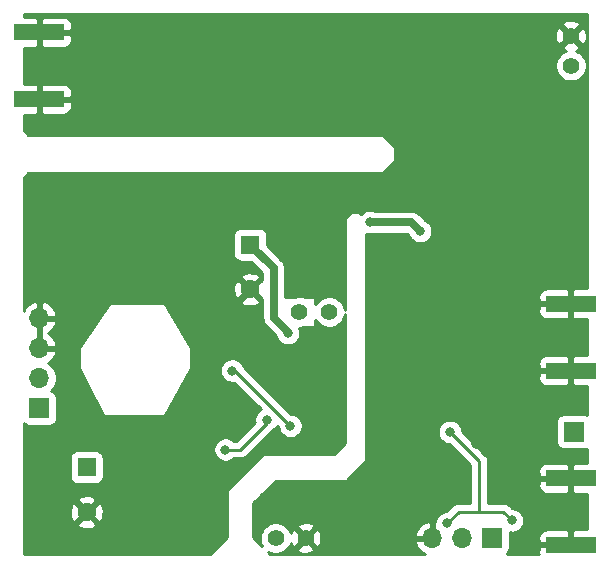
<source format=gbr>
%TF.GenerationSoftware,KiCad,Pcbnew,5.1.8*%
%TF.CreationDate,2020-12-03T12:40:02+01:00*%
%TF.ProjectId,GNI-plutoclocker,474e492d-706c-4757-946f-636c6f636b65,rev?*%
%TF.SameCoordinates,Original*%
%TF.FileFunction,Copper,L2,Bot*%
%TF.FilePolarity,Positive*%
%FSLAX46Y46*%
G04 Gerber Fmt 4.6, Leading zero omitted, Abs format (unit mm)*
G04 Created by KiCad (PCBNEW 5.1.8) date 2020-12-03 12:40:02*
%MOMM*%
%LPD*%
G01*
G04 APERTURE LIST*
%TA.AperFunction,ComponentPad*%
%ADD10R,1.700000X1.700000*%
%TD*%
%TA.AperFunction,ComponentPad*%
%ADD11O,1.700000X1.700000*%
%TD*%
%TA.AperFunction,ComponentPad*%
%ADD12C,1.400000*%
%TD*%
%TA.AperFunction,SMDPad,CuDef*%
%ADD13R,4.200000X1.350000*%
%TD*%
%TA.AperFunction,ComponentPad*%
%ADD14C,1.600000*%
%TD*%
%TA.AperFunction,ComponentPad*%
%ADD15R,1.600000X1.600000*%
%TD*%
%TA.AperFunction,ViaPad*%
%ADD16C,5.000000*%
%TD*%
%TA.AperFunction,ViaPad*%
%ADD17C,0.800000*%
%TD*%
%TA.AperFunction,Conductor*%
%ADD18C,0.250000*%
%TD*%
%TA.AperFunction,Conductor*%
%ADD19C,0.660000*%
%TD*%
%TA.AperFunction,Conductor*%
%ADD20C,0.254000*%
%TD*%
%TA.AperFunction,Conductor*%
%ADD21C,0.100000*%
%TD*%
G04 APERTURE END LIST*
D10*
%TO.P,TP1,1*%
%TO.N,Net-(TP1-Pad1)*%
X128250000Y-86000000D03*
%TD*%
D11*
%TO.P,J7,3*%
%TO.N,GND*%
X116250000Y-95000000D03*
%TO.P,J7,2*%
%TO.N,Net-(J7-Pad2)*%
X118790000Y-95000000D03*
D10*
%TO.P,J7,1*%
%TO.N,Net-(J7-Pad1)*%
X121330000Y-95000000D03*
%TD*%
D12*
%TO.P,J8,2*%
%TO.N,GND*%
X105010000Y-75850000D03*
%TO.P,J8,1*%
%TO.N,Net-(J8-Pad1)*%
X107550000Y-75850000D03*
%TD*%
D13*
%TO.P,J6,2*%
%TO.N,GND*%
X128000000Y-89925000D03*
X128000000Y-95575000D03*
%TD*%
D12*
%TO.P,J5,2*%
%TO.N,GND*%
X128000000Y-52460000D03*
%TO.P,J5,1*%
%TO.N,Net-(C21-Pad1)*%
X128000000Y-55000000D03*
%TD*%
D13*
%TO.P,J4,2*%
%TO.N,GND*%
X128000000Y-75175000D03*
X128000000Y-80825000D03*
%TD*%
D12*
%TO.P,J3,2*%
%TO.N,GND*%
X105540000Y-95000000D03*
%TO.P,J3,1*%
%TO.N,Net-(C4-Pad2)*%
X103000000Y-95000000D03*
%TD*%
D11*
%TO.P,J2,4*%
%TO.N,GND*%
X83000000Y-76380000D03*
%TO.P,J2,3*%
X83000000Y-78920000D03*
%TO.P,J2,2*%
%TO.N,+5V*%
X83000000Y-81460000D03*
D10*
%TO.P,J2,1*%
X83000000Y-84000000D03*
%TD*%
D13*
%TO.P,J1,2*%
%TO.N,GND*%
X83000000Y-57825000D03*
X83000000Y-52175000D03*
%TD*%
D14*
%TO.P,C22,2*%
%TO.N,GND*%
X100850000Y-73950000D03*
D15*
%TO.P,C22,1*%
%TO.N,Net-(C22-Pad1)*%
X100850000Y-70150000D03*
%TD*%
D14*
%TO.P,C1,2*%
%TO.N,GND*%
X87000000Y-92800000D03*
D15*
%TO.P,C1,1*%
%TO.N,+5V*%
X87000000Y-89000000D03*
%TD*%
D16*
%TO.N,GND*%
X85000000Y-68000000D03*
X126000000Y-62000000D03*
X95000000Y-93000000D03*
D17*
X118750000Y-88500000D03*
X118250000Y-80250000D03*
X118500000Y-71250000D03*
X118250000Y-77500000D03*
X125750000Y-82750000D03*
X114500000Y-70000000D03*
X117750000Y-67500000D03*
X113500000Y-76500000D03*
X102000000Y-91500000D03*
X111500000Y-90000000D03*
X128000000Y-88250000D03*
X125000000Y-95500000D03*
X125000000Y-75250000D03*
X118250000Y-60000000D03*
X113500000Y-58000000D03*
X110500000Y-58000000D03*
X119500000Y-54000000D03*
X116500000Y-54000000D03*
X107500000Y-54000000D03*
X104500000Y-54000000D03*
X101500000Y-57750000D03*
X98500000Y-57750000D03*
X95500000Y-54000000D03*
X92500000Y-54000000D03*
X89500000Y-58000000D03*
X120000000Y-87000000D03*
X86500000Y-52000000D03*
X115500000Y-80750000D03*
%TO.N,+5V*%
X102250000Y-85000000D03*
X98750000Y-87500000D03*
%TO.N,+3V3*%
X117500000Y-93750000D03*
X123000000Y-93500000D03*
X117750000Y-86000000D03*
%TO.N,Net-(C15-Pad1)*%
X104250000Y-85500000D03*
X99325000Y-80825000D03*
%TO.N,Net-(C22-Pad1)*%
X104050000Y-77650000D03*
%TO.N,Net-(C12-Pad1)*%
X115250000Y-69000000D03*
X111000000Y-68250000D03*
%TD*%
D18*
%TO.N,+5V*%
X102250000Y-85000000D02*
X102250000Y-85250000D01*
X100000000Y-87500000D02*
X98750000Y-87500000D01*
X102250000Y-85250000D02*
X100000000Y-87500000D01*
%TO.N,+3V3*%
X122250000Y-92750000D02*
X123000000Y-93500000D01*
X117500000Y-93750000D02*
X118500000Y-92750000D01*
X118500000Y-92750000D02*
X120250000Y-92750000D01*
X120250000Y-92750000D02*
X122250000Y-92750000D01*
X120250000Y-88500000D02*
X120250000Y-92750000D01*
X117750000Y-86000000D02*
X120250000Y-88500000D01*
%TO.N,Net-(C15-Pad1)*%
X99575000Y-80825000D02*
X104250000Y-85500000D01*
X99325000Y-80825000D02*
X99575000Y-80825000D01*
D19*
%TO.N,Net-(C22-Pad1)*%
X104050000Y-77550000D02*
X102850000Y-76350000D01*
X104050000Y-77650000D02*
X104050000Y-77550000D01*
X102850000Y-72150000D02*
X100850000Y-70150000D01*
X102850000Y-76350000D02*
X102850000Y-72150000D01*
%TO.N,Net-(C12-Pad1)*%
X111000000Y-68250000D02*
X114500000Y-68250000D01*
X114500000Y-68250000D02*
X115250000Y-69000000D01*
%TD*%
D20*
%TO.N,GND*%
X129340000Y-73863215D02*
X128285750Y-73865000D01*
X128127000Y-74023750D01*
X128127000Y-75048000D01*
X128147000Y-75048000D01*
X128147000Y-75302000D01*
X128127000Y-75302000D01*
X128127000Y-76326250D01*
X128285750Y-76485000D01*
X129340000Y-76486785D01*
X129340000Y-79513215D01*
X128285750Y-79515000D01*
X128127000Y-79673750D01*
X128127000Y-80698000D01*
X128147000Y-80698000D01*
X128147000Y-80952000D01*
X128127000Y-80952000D01*
X128127000Y-81976250D01*
X128285750Y-82135000D01*
X129340000Y-82136785D01*
X129340000Y-84559230D01*
X129224482Y-84524188D01*
X129100000Y-84511928D01*
X127400000Y-84511928D01*
X127275518Y-84524188D01*
X127155820Y-84560498D01*
X127045506Y-84619463D01*
X126948815Y-84698815D01*
X126869463Y-84795506D01*
X126810498Y-84905820D01*
X126774188Y-85025518D01*
X126761928Y-85150000D01*
X126761928Y-86850000D01*
X126774188Y-86974482D01*
X126810498Y-87094180D01*
X126869463Y-87204494D01*
X126948815Y-87301185D01*
X127045506Y-87380537D01*
X127155820Y-87439502D01*
X127275518Y-87475812D01*
X127400000Y-87488072D01*
X129100000Y-87488072D01*
X129224482Y-87475812D01*
X129340000Y-87440770D01*
X129340000Y-88613215D01*
X128285750Y-88615000D01*
X128127000Y-88773750D01*
X128127000Y-89798000D01*
X128147000Y-89798000D01*
X128147000Y-90052000D01*
X128127000Y-90052000D01*
X128127000Y-91076250D01*
X128285750Y-91235000D01*
X129340000Y-91236785D01*
X129340000Y-94263215D01*
X128285750Y-94265000D01*
X128127000Y-94423750D01*
X128127000Y-95448000D01*
X128147000Y-95448000D01*
X128147000Y-95702000D01*
X128127000Y-95702000D01*
X128127000Y-95722000D01*
X127873000Y-95722000D01*
X127873000Y-95702000D01*
X125423750Y-95702000D01*
X125265000Y-95860750D01*
X125261928Y-96250000D01*
X125270792Y-96340000D01*
X122583889Y-96340000D01*
X122631185Y-96301185D01*
X122710537Y-96204494D01*
X122769502Y-96094180D01*
X122805812Y-95974482D01*
X122818072Y-95850000D01*
X122818072Y-94900000D01*
X125261928Y-94900000D01*
X125265000Y-95289250D01*
X125423750Y-95448000D01*
X127873000Y-95448000D01*
X127873000Y-94423750D01*
X127714250Y-94265000D01*
X125900000Y-94261928D01*
X125775518Y-94274188D01*
X125655820Y-94310498D01*
X125545506Y-94369463D01*
X125448815Y-94448815D01*
X125369463Y-94545506D01*
X125310498Y-94655820D01*
X125274188Y-94775518D01*
X125261928Y-94900000D01*
X122818072Y-94900000D01*
X122818072Y-94519089D01*
X122898061Y-94535000D01*
X123101939Y-94535000D01*
X123301898Y-94495226D01*
X123490256Y-94417205D01*
X123659774Y-94303937D01*
X123803937Y-94159774D01*
X123917205Y-93990256D01*
X123995226Y-93801898D01*
X124035000Y-93601939D01*
X124035000Y-93398061D01*
X123995226Y-93198102D01*
X123917205Y-93009744D01*
X123803937Y-92840226D01*
X123659774Y-92696063D01*
X123490256Y-92582795D01*
X123301898Y-92504774D01*
X123101939Y-92465000D01*
X123039801Y-92465000D01*
X122813803Y-92239002D01*
X122790001Y-92209999D01*
X122674276Y-92115026D01*
X122542247Y-92044454D01*
X122398986Y-92000997D01*
X122287333Y-91990000D01*
X122287322Y-91990000D01*
X122250000Y-91986324D01*
X122212678Y-91990000D01*
X121010000Y-91990000D01*
X121010000Y-90600000D01*
X125261928Y-90600000D01*
X125274188Y-90724482D01*
X125310498Y-90844180D01*
X125369463Y-90954494D01*
X125448815Y-91051185D01*
X125545506Y-91130537D01*
X125655820Y-91189502D01*
X125775518Y-91225812D01*
X125900000Y-91238072D01*
X127714250Y-91235000D01*
X127873000Y-91076250D01*
X127873000Y-90052000D01*
X125423750Y-90052000D01*
X125265000Y-90210750D01*
X125261928Y-90600000D01*
X121010000Y-90600000D01*
X121010000Y-89250000D01*
X125261928Y-89250000D01*
X125265000Y-89639250D01*
X125423750Y-89798000D01*
X127873000Y-89798000D01*
X127873000Y-88773750D01*
X127714250Y-88615000D01*
X125900000Y-88611928D01*
X125775518Y-88624188D01*
X125655820Y-88660498D01*
X125545506Y-88719463D01*
X125448815Y-88798815D01*
X125369463Y-88895506D01*
X125310498Y-89005820D01*
X125274188Y-89125518D01*
X125261928Y-89250000D01*
X121010000Y-89250000D01*
X121010000Y-88537323D01*
X121013676Y-88500000D01*
X121010000Y-88462677D01*
X121010000Y-88462667D01*
X120999003Y-88351014D01*
X120955546Y-88207753D01*
X120951402Y-88200000D01*
X120884974Y-88075723D01*
X120813799Y-87988997D01*
X120790001Y-87959999D01*
X120761004Y-87936202D01*
X118785000Y-85960199D01*
X118785000Y-85898061D01*
X118745226Y-85698102D01*
X118667205Y-85509744D01*
X118553937Y-85340226D01*
X118409774Y-85196063D01*
X118240256Y-85082795D01*
X118051898Y-85004774D01*
X117851939Y-84965000D01*
X117648061Y-84965000D01*
X117448102Y-85004774D01*
X117259744Y-85082795D01*
X117090226Y-85196063D01*
X116946063Y-85340226D01*
X116832795Y-85509744D01*
X116754774Y-85698102D01*
X116715000Y-85898061D01*
X116715000Y-86101939D01*
X116754774Y-86301898D01*
X116832795Y-86490256D01*
X116946063Y-86659774D01*
X117090226Y-86803937D01*
X117259744Y-86917205D01*
X117448102Y-86995226D01*
X117648061Y-87035000D01*
X117710199Y-87035000D01*
X119490000Y-88814802D01*
X119490001Y-91990000D01*
X118537333Y-91990000D01*
X118500000Y-91986323D01*
X118462667Y-91990000D01*
X118351014Y-92000997D01*
X118207753Y-92044454D01*
X118075724Y-92115026D01*
X117959999Y-92209999D01*
X117936201Y-92238997D01*
X117460199Y-92715000D01*
X117398061Y-92715000D01*
X117198102Y-92754774D01*
X117009744Y-92832795D01*
X116840226Y-92946063D01*
X116696063Y-93090226D01*
X116582795Y-93259744D01*
X116504774Y-93448102D01*
X116468257Y-93631685D01*
X116377000Y-93679845D01*
X116377000Y-94873000D01*
X116397000Y-94873000D01*
X116397000Y-95127000D01*
X116377000Y-95127000D01*
X116377000Y-95147000D01*
X116123000Y-95147000D01*
X116123000Y-95127000D01*
X114929186Y-95127000D01*
X114808519Y-95356891D01*
X114905843Y-95631252D01*
X115054822Y-95881355D01*
X115249731Y-96097588D01*
X115483080Y-96271641D01*
X115626598Y-96340000D01*
X102519606Y-96340000D01*
X102352651Y-96173045D01*
X102367641Y-96183061D01*
X102610595Y-96283696D01*
X102868514Y-96335000D01*
X103131486Y-96335000D01*
X103389405Y-96283696D01*
X103632359Y-96183061D01*
X103851013Y-96036962D01*
X103966706Y-95921269D01*
X104798336Y-95921269D01*
X104857797Y-96155037D01*
X105096242Y-96265934D01*
X105351740Y-96328183D01*
X105614473Y-96339390D01*
X105874344Y-96299125D01*
X106121366Y-96208935D01*
X106222203Y-96155037D01*
X106281664Y-95921269D01*
X105540000Y-95179605D01*
X104798336Y-95921269D01*
X103966706Y-95921269D01*
X104036962Y-95851013D01*
X104183061Y-95632359D01*
X104271621Y-95418556D01*
X104331065Y-95581366D01*
X104384963Y-95682203D01*
X104618731Y-95741664D01*
X105360395Y-95000000D01*
X105719605Y-95000000D01*
X106461269Y-95741664D01*
X106695037Y-95682203D01*
X106805934Y-95443758D01*
X106868183Y-95188260D01*
X106879390Y-94925527D01*
X106839125Y-94665656D01*
X106830893Y-94643109D01*
X114808519Y-94643109D01*
X114929186Y-94873000D01*
X116123000Y-94873000D01*
X116123000Y-93679845D01*
X115893110Y-93558524D01*
X115745901Y-93603175D01*
X115483080Y-93728359D01*
X115249731Y-93902412D01*
X115054822Y-94118645D01*
X114905843Y-94368748D01*
X114808519Y-94643109D01*
X106830893Y-94643109D01*
X106748935Y-94418634D01*
X106695037Y-94317797D01*
X106461269Y-94258336D01*
X105719605Y-95000000D01*
X105360395Y-95000000D01*
X104618731Y-94258336D01*
X104384963Y-94317797D01*
X104274066Y-94556242D01*
X104269294Y-94575827D01*
X104183061Y-94367641D01*
X104036962Y-94148987D01*
X103966706Y-94078731D01*
X104798336Y-94078731D01*
X105540000Y-94820395D01*
X106281664Y-94078731D01*
X106222203Y-93844963D01*
X105983758Y-93734066D01*
X105728260Y-93671817D01*
X105465527Y-93660610D01*
X105205656Y-93700875D01*
X104958634Y-93791065D01*
X104857797Y-93844963D01*
X104798336Y-94078731D01*
X103966706Y-94078731D01*
X103851013Y-93963038D01*
X103632359Y-93816939D01*
X103389405Y-93716304D01*
X103131486Y-93665000D01*
X102868514Y-93665000D01*
X102610595Y-93716304D01*
X102367641Y-93816939D01*
X102148987Y-93963038D01*
X101963038Y-94148987D01*
X101816939Y-94367641D01*
X101716304Y-94610595D01*
X101665000Y-94868514D01*
X101665000Y-95131486D01*
X101716304Y-95389405D01*
X101816939Y-95632359D01*
X101826955Y-95647349D01*
X101127000Y-94947394D01*
X101127000Y-92052606D01*
X103052606Y-90127000D01*
X109000000Y-90127000D01*
X109024776Y-90124560D01*
X109048601Y-90117333D01*
X109070557Y-90105597D01*
X109089803Y-90089803D01*
X110589803Y-88589803D01*
X110605597Y-88570557D01*
X110617333Y-88548601D01*
X110624560Y-88524776D01*
X110627000Y-88500000D01*
X110627000Y-81500000D01*
X125261928Y-81500000D01*
X125274188Y-81624482D01*
X125310498Y-81744180D01*
X125369463Y-81854494D01*
X125448815Y-81951185D01*
X125545506Y-82030537D01*
X125655820Y-82089502D01*
X125775518Y-82125812D01*
X125900000Y-82138072D01*
X127714250Y-82135000D01*
X127873000Y-81976250D01*
X127873000Y-80952000D01*
X125423750Y-80952000D01*
X125265000Y-81110750D01*
X125261928Y-81500000D01*
X110627000Y-81500000D01*
X110627000Y-80150000D01*
X125261928Y-80150000D01*
X125265000Y-80539250D01*
X125423750Y-80698000D01*
X127873000Y-80698000D01*
X127873000Y-79673750D01*
X127714250Y-79515000D01*
X125900000Y-79511928D01*
X125775518Y-79524188D01*
X125655820Y-79560498D01*
X125545506Y-79619463D01*
X125448815Y-79698815D01*
X125369463Y-79795506D01*
X125310498Y-79905820D01*
X125274188Y-80025518D01*
X125261928Y-80150000D01*
X110627000Y-80150000D01*
X110627000Y-75850000D01*
X125261928Y-75850000D01*
X125274188Y-75974482D01*
X125310498Y-76094180D01*
X125369463Y-76204494D01*
X125448815Y-76301185D01*
X125545506Y-76380537D01*
X125655820Y-76439502D01*
X125775518Y-76475812D01*
X125900000Y-76488072D01*
X127714250Y-76485000D01*
X127873000Y-76326250D01*
X127873000Y-75302000D01*
X125423750Y-75302000D01*
X125265000Y-75460750D01*
X125261928Y-75850000D01*
X110627000Y-75850000D01*
X110627000Y-74500000D01*
X125261928Y-74500000D01*
X125265000Y-74889250D01*
X125423750Y-75048000D01*
X127873000Y-75048000D01*
X127873000Y-74023750D01*
X127714250Y-73865000D01*
X125900000Y-73861928D01*
X125775518Y-73874188D01*
X125655820Y-73910498D01*
X125545506Y-73969463D01*
X125448815Y-74048815D01*
X125369463Y-74145506D01*
X125310498Y-74255820D01*
X125274188Y-74375518D01*
X125261928Y-74500000D01*
X110627000Y-74500000D01*
X110627000Y-69215774D01*
X110698102Y-69245226D01*
X110898061Y-69285000D01*
X111101939Y-69285000D01*
X111301898Y-69245226D01*
X111374869Y-69215000D01*
X114100285Y-69215000D01*
X114302569Y-69417285D01*
X114332795Y-69490256D01*
X114446063Y-69659774D01*
X114590226Y-69803937D01*
X114759744Y-69917205D01*
X114948102Y-69995226D01*
X115148061Y-70035000D01*
X115351939Y-70035000D01*
X115551898Y-69995226D01*
X115740256Y-69917205D01*
X115909774Y-69803937D01*
X116053937Y-69659774D01*
X116167205Y-69490256D01*
X116245226Y-69301898D01*
X116285000Y-69101939D01*
X116285000Y-68898061D01*
X116245226Y-68698102D01*
X116167205Y-68509744D01*
X116053937Y-68340226D01*
X115909774Y-68196063D01*
X115740256Y-68082795D01*
X115667285Y-68052569D01*
X115215886Y-67601171D01*
X115185660Y-67564340D01*
X115038719Y-67443750D01*
X114871076Y-67354143D01*
X114689173Y-67298963D01*
X114547405Y-67285000D01*
X114547402Y-67285000D01*
X114500000Y-67280331D01*
X114452598Y-67285000D01*
X111374869Y-67285000D01*
X111301898Y-67254774D01*
X111101939Y-67215000D01*
X110898061Y-67215000D01*
X110698102Y-67254774D01*
X110509744Y-67332795D01*
X110340226Y-67446063D01*
X110232948Y-67553342D01*
X110089803Y-67410197D01*
X110070557Y-67394403D01*
X110048601Y-67382667D01*
X110024776Y-67375440D01*
X110000000Y-67373000D01*
X109500000Y-67373000D01*
X109475224Y-67375440D01*
X109451399Y-67382667D01*
X109429443Y-67394403D01*
X109410197Y-67410197D01*
X108910197Y-67910197D01*
X108894403Y-67929443D01*
X108882667Y-67951399D01*
X108875440Y-67975224D01*
X108873000Y-68000000D01*
X108873000Y-75658187D01*
X108833696Y-75460595D01*
X108733061Y-75217641D01*
X108586962Y-74998987D01*
X108401013Y-74813038D01*
X108182359Y-74666939D01*
X107939405Y-74566304D01*
X107681486Y-74515000D01*
X107418514Y-74515000D01*
X107160595Y-74566304D01*
X106917641Y-74666939D01*
X106698987Y-74813038D01*
X106513038Y-74998987D01*
X106377000Y-75202584D01*
X106377000Y-74750000D01*
X106374560Y-74725224D01*
X106367333Y-74701399D01*
X106355597Y-74679443D01*
X106339803Y-74660197D01*
X106320557Y-74644403D01*
X106298601Y-74632667D01*
X106274776Y-74625440D01*
X106250000Y-74623000D01*
X105537472Y-74623000D01*
X105453758Y-74584066D01*
X105198260Y-74521817D01*
X104935527Y-74510610D01*
X104675656Y-74550875D01*
X104478112Y-74623000D01*
X103815000Y-74623000D01*
X103815000Y-72197401D01*
X103819669Y-72149999D01*
X103815000Y-72102595D01*
X103801037Y-71960827D01*
X103745857Y-71778924D01*
X103704145Y-71700887D01*
X103656250Y-71611280D01*
X103597343Y-71539502D01*
X103535660Y-71464340D01*
X103498834Y-71434118D01*
X102288072Y-70223357D01*
X102288072Y-69350000D01*
X102275812Y-69225518D01*
X102239502Y-69105820D01*
X102180537Y-68995506D01*
X102101185Y-68898815D01*
X102004494Y-68819463D01*
X101894180Y-68760498D01*
X101774482Y-68724188D01*
X101650000Y-68711928D01*
X100050000Y-68711928D01*
X99925518Y-68724188D01*
X99805820Y-68760498D01*
X99695506Y-68819463D01*
X99598815Y-68898815D01*
X99519463Y-68995506D01*
X99460498Y-69105820D01*
X99424188Y-69225518D01*
X99411928Y-69350000D01*
X99411928Y-70950000D01*
X99424188Y-71074482D01*
X99460498Y-71194180D01*
X99519463Y-71304494D01*
X99598815Y-71401185D01*
X99695506Y-71480537D01*
X99805820Y-71539502D01*
X99925518Y-71575812D01*
X100050000Y-71588072D01*
X100923357Y-71588072D01*
X101885001Y-72549717D01*
X101885001Y-73149314D01*
X101842702Y-73136903D01*
X101029605Y-73950000D01*
X101842702Y-74763097D01*
X101885000Y-74750686D01*
X101885000Y-76302598D01*
X101880331Y-76350000D01*
X101885000Y-76397402D01*
X101885000Y-76397404D01*
X101898963Y-76539172D01*
X101954143Y-76721075D01*
X102043750Y-76888719D01*
X102164340Y-77035660D01*
X102201171Y-77065886D01*
X103046727Y-77911443D01*
X103054774Y-77951898D01*
X103132795Y-78140256D01*
X103246063Y-78309774D01*
X103390226Y-78453937D01*
X103559744Y-78567205D01*
X103748102Y-78645226D01*
X103948061Y-78685000D01*
X104151939Y-78685000D01*
X104351898Y-78645226D01*
X104540256Y-78567205D01*
X104709774Y-78453937D01*
X104853937Y-78309774D01*
X104967205Y-78140256D01*
X105045226Y-77951898D01*
X105085000Y-77751939D01*
X105085000Y-77548061D01*
X105045226Y-77348102D01*
X104977597Y-77184831D01*
X105084473Y-77189390D01*
X105344344Y-77149125D01*
X105404942Y-77127000D01*
X106250000Y-77127000D01*
X106274776Y-77124560D01*
X106298601Y-77117333D01*
X106320557Y-77105597D01*
X106339803Y-77089803D01*
X106355597Y-77070557D01*
X106367333Y-77048601D01*
X106374560Y-77024776D01*
X106377000Y-77000000D01*
X106377000Y-76497416D01*
X106513038Y-76701013D01*
X106698987Y-76886962D01*
X106917641Y-77033061D01*
X107160595Y-77133696D01*
X107418514Y-77185000D01*
X107681486Y-77185000D01*
X107939405Y-77133696D01*
X108182359Y-77033061D01*
X108401013Y-76886962D01*
X108586962Y-76701013D01*
X108733061Y-76482359D01*
X108833696Y-76239405D01*
X108873000Y-76041813D01*
X108873000Y-86947394D01*
X107947394Y-87873000D01*
X102000000Y-87873000D01*
X101975224Y-87875440D01*
X101951399Y-87882667D01*
X101929443Y-87894403D01*
X101910197Y-87910197D01*
X98910197Y-90910197D01*
X98894403Y-90929443D01*
X98882667Y-90951399D01*
X98875440Y-90975224D01*
X98873000Y-91000000D01*
X98873000Y-94947394D01*
X97480394Y-96340000D01*
X81660000Y-96340000D01*
X81660000Y-93792702D01*
X86186903Y-93792702D01*
X86258486Y-94036671D01*
X86513996Y-94157571D01*
X86788184Y-94226300D01*
X87070512Y-94240217D01*
X87350130Y-94198787D01*
X87616292Y-94103603D01*
X87741514Y-94036671D01*
X87813097Y-93792702D01*
X87000000Y-92979605D01*
X86186903Y-93792702D01*
X81660000Y-93792702D01*
X81660000Y-92870512D01*
X85559783Y-92870512D01*
X85601213Y-93150130D01*
X85696397Y-93416292D01*
X85763329Y-93541514D01*
X86007298Y-93613097D01*
X86820395Y-92800000D01*
X87179605Y-92800000D01*
X87992702Y-93613097D01*
X88236671Y-93541514D01*
X88357571Y-93286004D01*
X88426300Y-93011816D01*
X88440217Y-92729488D01*
X88398787Y-92449870D01*
X88303603Y-92183708D01*
X88236671Y-92058486D01*
X87992702Y-91986903D01*
X87179605Y-92800000D01*
X86820395Y-92800000D01*
X86007298Y-91986903D01*
X85763329Y-92058486D01*
X85642429Y-92313996D01*
X85573700Y-92588184D01*
X85559783Y-92870512D01*
X81660000Y-92870512D01*
X81660000Y-91807298D01*
X86186903Y-91807298D01*
X87000000Y-92620395D01*
X87813097Y-91807298D01*
X87741514Y-91563329D01*
X87486004Y-91442429D01*
X87211816Y-91373700D01*
X86929488Y-91359783D01*
X86649870Y-91401213D01*
X86383708Y-91496397D01*
X86258486Y-91563329D01*
X86186903Y-91807298D01*
X81660000Y-91807298D01*
X81660000Y-88200000D01*
X85561928Y-88200000D01*
X85561928Y-89800000D01*
X85574188Y-89924482D01*
X85610498Y-90044180D01*
X85669463Y-90154494D01*
X85748815Y-90251185D01*
X85845506Y-90330537D01*
X85955820Y-90389502D01*
X86075518Y-90425812D01*
X86200000Y-90438072D01*
X87800000Y-90438072D01*
X87924482Y-90425812D01*
X88044180Y-90389502D01*
X88154494Y-90330537D01*
X88251185Y-90251185D01*
X88330537Y-90154494D01*
X88389502Y-90044180D01*
X88425812Y-89924482D01*
X88438072Y-89800000D01*
X88438072Y-88200000D01*
X88425812Y-88075518D01*
X88389502Y-87955820D01*
X88330537Y-87845506D01*
X88251185Y-87748815D01*
X88154494Y-87669463D01*
X88044180Y-87610498D01*
X87924482Y-87574188D01*
X87800000Y-87561928D01*
X86200000Y-87561928D01*
X86075518Y-87574188D01*
X85955820Y-87610498D01*
X85845506Y-87669463D01*
X85748815Y-87748815D01*
X85669463Y-87845506D01*
X85610498Y-87955820D01*
X85574188Y-88075518D01*
X85561928Y-88200000D01*
X81660000Y-88200000D01*
X81660000Y-87398061D01*
X97715000Y-87398061D01*
X97715000Y-87601939D01*
X97754774Y-87801898D01*
X97832795Y-87990256D01*
X97946063Y-88159774D01*
X98090226Y-88303937D01*
X98259744Y-88417205D01*
X98448102Y-88495226D01*
X98648061Y-88535000D01*
X98851939Y-88535000D01*
X99051898Y-88495226D01*
X99240256Y-88417205D01*
X99409774Y-88303937D01*
X99453711Y-88260000D01*
X99962678Y-88260000D01*
X100000000Y-88263676D01*
X100037322Y-88260000D01*
X100037333Y-88260000D01*
X100148986Y-88249003D01*
X100292247Y-88205546D01*
X100424276Y-88134974D01*
X100540001Y-88040001D01*
X100563804Y-88010997D01*
X102599147Y-85975655D01*
X102740256Y-85917205D01*
X102909774Y-85803937D01*
X103053937Y-85659774D01*
X103166503Y-85491306D01*
X103215000Y-85539803D01*
X103215000Y-85601939D01*
X103254774Y-85801898D01*
X103332795Y-85990256D01*
X103446063Y-86159774D01*
X103590226Y-86303937D01*
X103759744Y-86417205D01*
X103948102Y-86495226D01*
X104148061Y-86535000D01*
X104351939Y-86535000D01*
X104551898Y-86495226D01*
X104740256Y-86417205D01*
X104909774Y-86303937D01*
X105053937Y-86159774D01*
X105167205Y-85990256D01*
X105245226Y-85801898D01*
X105285000Y-85601939D01*
X105285000Y-85398061D01*
X105245226Y-85198102D01*
X105167205Y-85009744D01*
X105053937Y-84840226D01*
X104909774Y-84696063D01*
X104740256Y-84582795D01*
X104551898Y-84504774D01*
X104351939Y-84465000D01*
X104289803Y-84465000D01*
X100300655Y-80475854D01*
X100242205Y-80334744D01*
X100128937Y-80165226D01*
X99984774Y-80021063D01*
X99815256Y-79907795D01*
X99626898Y-79829774D01*
X99426939Y-79790000D01*
X99223061Y-79790000D01*
X99023102Y-79829774D01*
X98834744Y-79907795D01*
X98665226Y-80021063D01*
X98521063Y-80165226D01*
X98407795Y-80334744D01*
X98329774Y-80523102D01*
X98290000Y-80723061D01*
X98290000Y-80926939D01*
X98329774Y-81126898D01*
X98407795Y-81315256D01*
X98521063Y-81484774D01*
X98665226Y-81628937D01*
X98834744Y-81742205D01*
X99023102Y-81820226D01*
X99223061Y-81860000D01*
X99426939Y-81860000D01*
X99517237Y-81842039D01*
X101758694Y-84083496D01*
X101590226Y-84196063D01*
X101446063Y-84340226D01*
X101332795Y-84509744D01*
X101254774Y-84698102D01*
X101215000Y-84898061D01*
X101215000Y-85101939D01*
X101232961Y-85192237D01*
X99685199Y-86740000D01*
X99453711Y-86740000D01*
X99409774Y-86696063D01*
X99240256Y-86582795D01*
X99051898Y-86504774D01*
X98851939Y-86465000D01*
X98648061Y-86465000D01*
X98448102Y-86504774D01*
X98259744Y-86582795D01*
X98090226Y-86696063D01*
X97946063Y-86840226D01*
X97832795Y-87009744D01*
X97754774Y-87198102D01*
X97715000Y-87398061D01*
X81660000Y-87398061D01*
X81660000Y-85253889D01*
X81698815Y-85301185D01*
X81795506Y-85380537D01*
X81905820Y-85439502D01*
X82025518Y-85475812D01*
X82150000Y-85488072D01*
X83850000Y-85488072D01*
X83974482Y-85475812D01*
X84094180Y-85439502D01*
X84204494Y-85380537D01*
X84301185Y-85301185D01*
X84380537Y-85204494D01*
X84439502Y-85094180D01*
X84475812Y-84974482D01*
X84488072Y-84850000D01*
X84488072Y-83150000D01*
X84475812Y-83025518D01*
X84439502Y-82905820D01*
X84380537Y-82795506D01*
X84301185Y-82698815D01*
X84204494Y-82619463D01*
X84094180Y-82560498D01*
X84021620Y-82538487D01*
X84153475Y-82406632D01*
X84315990Y-82163411D01*
X84427932Y-81893158D01*
X84485000Y-81606260D01*
X84485000Y-81313740D01*
X84427932Y-81026842D01*
X84315990Y-80756589D01*
X84153475Y-80513368D01*
X83946632Y-80306525D01*
X83764466Y-80184805D01*
X83881355Y-80115178D01*
X84097588Y-79920269D01*
X84271641Y-79686920D01*
X84396825Y-79424099D01*
X84441476Y-79276890D01*
X84320155Y-79047000D01*
X83127000Y-79047000D01*
X83127000Y-79067000D01*
X82873000Y-79067000D01*
X82873000Y-79047000D01*
X82853000Y-79047000D01*
X82853000Y-79000000D01*
X86373000Y-79000000D01*
X86373000Y-80500000D01*
X86377510Y-80533544D01*
X86386408Y-80556796D01*
X88386408Y-84556796D01*
X88394403Y-84570557D01*
X88410197Y-84589803D01*
X88429443Y-84605597D01*
X88451399Y-84617333D01*
X88475224Y-84624560D01*
X88500000Y-84627000D01*
X93500000Y-84627000D01*
X93534243Y-84622296D01*
X93557444Y-84613266D01*
X93578437Y-84599883D01*
X93596416Y-84582661D01*
X93610690Y-84562263D01*
X95860690Y-80562263D01*
X95867333Y-80548601D01*
X95874560Y-80524776D01*
X95877000Y-80500000D01*
X95877000Y-79000000D01*
X95875617Y-78981308D01*
X95869556Y-78957160D01*
X95858902Y-78934659D01*
X93608902Y-75184659D01*
X93589803Y-75160197D01*
X93570557Y-75144403D01*
X93548601Y-75132667D01*
X93524776Y-75125440D01*
X93500000Y-75123000D01*
X89000000Y-75123000D01*
X88975093Y-75125466D01*
X88951276Y-75132718D01*
X88929332Y-75144477D01*
X88910104Y-75160291D01*
X88894330Y-75179553D01*
X86394330Y-78929553D01*
X86382667Y-78951399D01*
X86375440Y-78975224D01*
X86373000Y-79000000D01*
X82853000Y-79000000D01*
X82853000Y-78793000D01*
X82873000Y-78793000D01*
X82873000Y-76507000D01*
X83127000Y-76507000D01*
X83127000Y-78793000D01*
X84320155Y-78793000D01*
X84441476Y-78563110D01*
X84396825Y-78415901D01*
X84271641Y-78153080D01*
X84097588Y-77919731D01*
X83881355Y-77724822D01*
X83755745Y-77650000D01*
X83881355Y-77575178D01*
X84097588Y-77380269D01*
X84271641Y-77146920D01*
X84396825Y-76884099D01*
X84441476Y-76736890D01*
X84320155Y-76507000D01*
X83127000Y-76507000D01*
X82873000Y-76507000D01*
X82853000Y-76507000D01*
X82853000Y-76253000D01*
X82873000Y-76253000D01*
X82873000Y-75059186D01*
X83127000Y-75059186D01*
X83127000Y-76253000D01*
X84320155Y-76253000D01*
X84441476Y-76023110D01*
X84396825Y-75875901D01*
X84271641Y-75613080D01*
X84097588Y-75379731D01*
X83881355Y-75184822D01*
X83631252Y-75035843D01*
X83368684Y-74942702D01*
X100036903Y-74942702D01*
X100108486Y-75186671D01*
X100363996Y-75307571D01*
X100638184Y-75376300D01*
X100920512Y-75390217D01*
X101200130Y-75348787D01*
X101466292Y-75253603D01*
X101591514Y-75186671D01*
X101663097Y-74942702D01*
X100850000Y-74129605D01*
X100036903Y-74942702D01*
X83368684Y-74942702D01*
X83356891Y-74938519D01*
X83127000Y-75059186D01*
X82873000Y-75059186D01*
X82643109Y-74938519D01*
X82368748Y-75035843D01*
X82118645Y-75184822D01*
X81902412Y-75379731D01*
X81728359Y-75613080D01*
X81660000Y-75756598D01*
X81660000Y-74020512D01*
X99409783Y-74020512D01*
X99451213Y-74300130D01*
X99546397Y-74566292D01*
X99613329Y-74691514D01*
X99857298Y-74763097D01*
X100670395Y-73950000D01*
X99857298Y-73136903D01*
X99613329Y-73208486D01*
X99492429Y-73463996D01*
X99423700Y-73738184D01*
X99409783Y-74020512D01*
X81660000Y-74020512D01*
X81660000Y-72957298D01*
X100036903Y-72957298D01*
X100850000Y-73770395D01*
X101663097Y-72957298D01*
X101591514Y-72713329D01*
X101336004Y-72592429D01*
X101061816Y-72523700D01*
X100779488Y-72509783D01*
X100499870Y-72551213D01*
X100233708Y-72646397D01*
X100108486Y-72713329D01*
X100036903Y-72957298D01*
X81660000Y-72957298D01*
X81660000Y-64519606D01*
X82052606Y-64127000D01*
X112023832Y-64127000D01*
X112048608Y-64124560D01*
X112072433Y-64117333D01*
X112094389Y-64105597D01*
X112114711Y-64088713D01*
X113090879Y-63088713D01*
X113106440Y-63069279D01*
X113117910Y-63047182D01*
X113124849Y-63023273D01*
X113127000Y-63000000D01*
X113127000Y-62000000D01*
X113124560Y-61975224D01*
X113117333Y-61951399D01*
X113105597Y-61929443D01*
X113089803Y-61910197D01*
X112089803Y-60910197D01*
X112070557Y-60894403D01*
X112048601Y-60882667D01*
X112024776Y-60875440D01*
X112000000Y-60873000D01*
X82052606Y-60873000D01*
X81660000Y-60480394D01*
X81660000Y-59136785D01*
X82714250Y-59135000D01*
X82873000Y-58976250D01*
X82873000Y-57952000D01*
X83127000Y-57952000D01*
X83127000Y-58976250D01*
X83285750Y-59135000D01*
X85100000Y-59138072D01*
X85224482Y-59125812D01*
X85344180Y-59089502D01*
X85454494Y-59030537D01*
X85551185Y-58951185D01*
X85630537Y-58854494D01*
X85689502Y-58744180D01*
X85725812Y-58624482D01*
X85738072Y-58500000D01*
X85735000Y-58110750D01*
X85576250Y-57952000D01*
X83127000Y-57952000D01*
X82873000Y-57952000D01*
X82853000Y-57952000D01*
X82853000Y-57698000D01*
X82873000Y-57698000D01*
X82873000Y-56673750D01*
X83127000Y-56673750D01*
X83127000Y-57698000D01*
X85576250Y-57698000D01*
X85735000Y-57539250D01*
X85738072Y-57150000D01*
X85725812Y-57025518D01*
X85689502Y-56905820D01*
X85630537Y-56795506D01*
X85551185Y-56698815D01*
X85454494Y-56619463D01*
X85344180Y-56560498D01*
X85224482Y-56524188D01*
X85100000Y-56511928D01*
X83285750Y-56515000D01*
X83127000Y-56673750D01*
X82873000Y-56673750D01*
X82714250Y-56515000D01*
X81660000Y-56513215D01*
X81660000Y-54868514D01*
X126665000Y-54868514D01*
X126665000Y-55131486D01*
X126716304Y-55389405D01*
X126816939Y-55632359D01*
X126963038Y-55851013D01*
X127148987Y-56036962D01*
X127367641Y-56183061D01*
X127610595Y-56283696D01*
X127868514Y-56335000D01*
X128131486Y-56335000D01*
X128389405Y-56283696D01*
X128632359Y-56183061D01*
X128851013Y-56036962D01*
X129036962Y-55851013D01*
X129183061Y-55632359D01*
X129283696Y-55389405D01*
X129335000Y-55131486D01*
X129335000Y-54868514D01*
X129283696Y-54610595D01*
X129183061Y-54367641D01*
X129036962Y-54148987D01*
X128851013Y-53963038D01*
X128632359Y-53816939D01*
X128418556Y-53728379D01*
X128581366Y-53668935D01*
X128682203Y-53615037D01*
X128741664Y-53381269D01*
X128000000Y-52639605D01*
X127258336Y-53381269D01*
X127317797Y-53615037D01*
X127556242Y-53725934D01*
X127575827Y-53730706D01*
X127367641Y-53816939D01*
X127148987Y-53963038D01*
X126963038Y-54148987D01*
X126816939Y-54367641D01*
X126716304Y-54610595D01*
X126665000Y-54868514D01*
X81660000Y-54868514D01*
X81660000Y-53486785D01*
X82714250Y-53485000D01*
X82873000Y-53326250D01*
X82873000Y-52302000D01*
X83127000Y-52302000D01*
X83127000Y-53326250D01*
X83285750Y-53485000D01*
X85100000Y-53488072D01*
X85224482Y-53475812D01*
X85344180Y-53439502D01*
X85454494Y-53380537D01*
X85551185Y-53301185D01*
X85630537Y-53204494D01*
X85689502Y-53094180D01*
X85725812Y-52974482D01*
X85738072Y-52850000D01*
X85735582Y-52534473D01*
X126660610Y-52534473D01*
X126700875Y-52794344D01*
X126791065Y-53041366D01*
X126844963Y-53142203D01*
X127078731Y-53201664D01*
X127820395Y-52460000D01*
X128179605Y-52460000D01*
X128921269Y-53201664D01*
X129155037Y-53142203D01*
X129265934Y-52903758D01*
X129328183Y-52648260D01*
X129339390Y-52385527D01*
X129299125Y-52125656D01*
X129208935Y-51878634D01*
X129155037Y-51777797D01*
X128921269Y-51718336D01*
X128179605Y-52460000D01*
X127820395Y-52460000D01*
X127078731Y-51718336D01*
X126844963Y-51777797D01*
X126734066Y-52016242D01*
X126671817Y-52271740D01*
X126660610Y-52534473D01*
X85735582Y-52534473D01*
X85735000Y-52460750D01*
X85576250Y-52302000D01*
X83127000Y-52302000D01*
X82873000Y-52302000D01*
X82853000Y-52302000D01*
X82853000Y-52048000D01*
X82873000Y-52048000D01*
X82873000Y-51023750D01*
X83127000Y-51023750D01*
X83127000Y-52048000D01*
X85576250Y-52048000D01*
X85735000Y-51889250D01*
X85737766Y-51538731D01*
X127258336Y-51538731D01*
X128000000Y-52280395D01*
X128741664Y-51538731D01*
X128682203Y-51304963D01*
X128443758Y-51194066D01*
X128188260Y-51131817D01*
X127925527Y-51120610D01*
X127665656Y-51160875D01*
X127418634Y-51251065D01*
X127317797Y-51304963D01*
X127258336Y-51538731D01*
X85737766Y-51538731D01*
X85738072Y-51500000D01*
X85725812Y-51375518D01*
X85689502Y-51255820D01*
X85630537Y-51145506D01*
X85551185Y-51048815D01*
X85454494Y-50969463D01*
X85344180Y-50910498D01*
X85224482Y-50874188D01*
X85100000Y-50861928D01*
X83285750Y-50865000D01*
X83127000Y-51023750D01*
X82873000Y-51023750D01*
X82714250Y-50865000D01*
X81660000Y-50863215D01*
X81660000Y-50660000D01*
X129340001Y-50660000D01*
X129340000Y-73863215D01*
%TA.AperFunction,Conductor*%
D21*
G36*
X129340000Y-73863215D02*
G01*
X128285750Y-73865000D01*
X128127000Y-74023750D01*
X128127000Y-75048000D01*
X128147000Y-75048000D01*
X128147000Y-75302000D01*
X128127000Y-75302000D01*
X128127000Y-76326250D01*
X128285750Y-76485000D01*
X129340000Y-76486785D01*
X129340000Y-79513215D01*
X128285750Y-79515000D01*
X128127000Y-79673750D01*
X128127000Y-80698000D01*
X128147000Y-80698000D01*
X128147000Y-80952000D01*
X128127000Y-80952000D01*
X128127000Y-81976250D01*
X128285750Y-82135000D01*
X129340000Y-82136785D01*
X129340000Y-84559230D01*
X129224482Y-84524188D01*
X129100000Y-84511928D01*
X127400000Y-84511928D01*
X127275518Y-84524188D01*
X127155820Y-84560498D01*
X127045506Y-84619463D01*
X126948815Y-84698815D01*
X126869463Y-84795506D01*
X126810498Y-84905820D01*
X126774188Y-85025518D01*
X126761928Y-85150000D01*
X126761928Y-86850000D01*
X126774188Y-86974482D01*
X126810498Y-87094180D01*
X126869463Y-87204494D01*
X126948815Y-87301185D01*
X127045506Y-87380537D01*
X127155820Y-87439502D01*
X127275518Y-87475812D01*
X127400000Y-87488072D01*
X129100000Y-87488072D01*
X129224482Y-87475812D01*
X129340000Y-87440770D01*
X129340000Y-88613215D01*
X128285750Y-88615000D01*
X128127000Y-88773750D01*
X128127000Y-89798000D01*
X128147000Y-89798000D01*
X128147000Y-90052000D01*
X128127000Y-90052000D01*
X128127000Y-91076250D01*
X128285750Y-91235000D01*
X129340000Y-91236785D01*
X129340000Y-94263215D01*
X128285750Y-94265000D01*
X128127000Y-94423750D01*
X128127000Y-95448000D01*
X128147000Y-95448000D01*
X128147000Y-95702000D01*
X128127000Y-95702000D01*
X128127000Y-95722000D01*
X127873000Y-95722000D01*
X127873000Y-95702000D01*
X125423750Y-95702000D01*
X125265000Y-95860750D01*
X125261928Y-96250000D01*
X125270792Y-96340000D01*
X122583889Y-96340000D01*
X122631185Y-96301185D01*
X122710537Y-96204494D01*
X122769502Y-96094180D01*
X122805812Y-95974482D01*
X122818072Y-95850000D01*
X122818072Y-94900000D01*
X125261928Y-94900000D01*
X125265000Y-95289250D01*
X125423750Y-95448000D01*
X127873000Y-95448000D01*
X127873000Y-94423750D01*
X127714250Y-94265000D01*
X125900000Y-94261928D01*
X125775518Y-94274188D01*
X125655820Y-94310498D01*
X125545506Y-94369463D01*
X125448815Y-94448815D01*
X125369463Y-94545506D01*
X125310498Y-94655820D01*
X125274188Y-94775518D01*
X125261928Y-94900000D01*
X122818072Y-94900000D01*
X122818072Y-94519089D01*
X122898061Y-94535000D01*
X123101939Y-94535000D01*
X123301898Y-94495226D01*
X123490256Y-94417205D01*
X123659774Y-94303937D01*
X123803937Y-94159774D01*
X123917205Y-93990256D01*
X123995226Y-93801898D01*
X124035000Y-93601939D01*
X124035000Y-93398061D01*
X123995226Y-93198102D01*
X123917205Y-93009744D01*
X123803937Y-92840226D01*
X123659774Y-92696063D01*
X123490256Y-92582795D01*
X123301898Y-92504774D01*
X123101939Y-92465000D01*
X123039801Y-92465000D01*
X122813803Y-92239002D01*
X122790001Y-92209999D01*
X122674276Y-92115026D01*
X122542247Y-92044454D01*
X122398986Y-92000997D01*
X122287333Y-91990000D01*
X122287322Y-91990000D01*
X122250000Y-91986324D01*
X122212678Y-91990000D01*
X121010000Y-91990000D01*
X121010000Y-90600000D01*
X125261928Y-90600000D01*
X125274188Y-90724482D01*
X125310498Y-90844180D01*
X125369463Y-90954494D01*
X125448815Y-91051185D01*
X125545506Y-91130537D01*
X125655820Y-91189502D01*
X125775518Y-91225812D01*
X125900000Y-91238072D01*
X127714250Y-91235000D01*
X127873000Y-91076250D01*
X127873000Y-90052000D01*
X125423750Y-90052000D01*
X125265000Y-90210750D01*
X125261928Y-90600000D01*
X121010000Y-90600000D01*
X121010000Y-89250000D01*
X125261928Y-89250000D01*
X125265000Y-89639250D01*
X125423750Y-89798000D01*
X127873000Y-89798000D01*
X127873000Y-88773750D01*
X127714250Y-88615000D01*
X125900000Y-88611928D01*
X125775518Y-88624188D01*
X125655820Y-88660498D01*
X125545506Y-88719463D01*
X125448815Y-88798815D01*
X125369463Y-88895506D01*
X125310498Y-89005820D01*
X125274188Y-89125518D01*
X125261928Y-89250000D01*
X121010000Y-89250000D01*
X121010000Y-88537323D01*
X121013676Y-88500000D01*
X121010000Y-88462677D01*
X121010000Y-88462667D01*
X120999003Y-88351014D01*
X120955546Y-88207753D01*
X120951402Y-88200000D01*
X120884974Y-88075723D01*
X120813799Y-87988997D01*
X120790001Y-87959999D01*
X120761004Y-87936202D01*
X118785000Y-85960199D01*
X118785000Y-85898061D01*
X118745226Y-85698102D01*
X118667205Y-85509744D01*
X118553937Y-85340226D01*
X118409774Y-85196063D01*
X118240256Y-85082795D01*
X118051898Y-85004774D01*
X117851939Y-84965000D01*
X117648061Y-84965000D01*
X117448102Y-85004774D01*
X117259744Y-85082795D01*
X117090226Y-85196063D01*
X116946063Y-85340226D01*
X116832795Y-85509744D01*
X116754774Y-85698102D01*
X116715000Y-85898061D01*
X116715000Y-86101939D01*
X116754774Y-86301898D01*
X116832795Y-86490256D01*
X116946063Y-86659774D01*
X117090226Y-86803937D01*
X117259744Y-86917205D01*
X117448102Y-86995226D01*
X117648061Y-87035000D01*
X117710199Y-87035000D01*
X119490000Y-88814802D01*
X119490001Y-91990000D01*
X118537333Y-91990000D01*
X118500000Y-91986323D01*
X118462667Y-91990000D01*
X118351014Y-92000997D01*
X118207753Y-92044454D01*
X118075724Y-92115026D01*
X117959999Y-92209999D01*
X117936201Y-92238997D01*
X117460199Y-92715000D01*
X117398061Y-92715000D01*
X117198102Y-92754774D01*
X117009744Y-92832795D01*
X116840226Y-92946063D01*
X116696063Y-93090226D01*
X116582795Y-93259744D01*
X116504774Y-93448102D01*
X116468257Y-93631685D01*
X116377000Y-93679845D01*
X116377000Y-94873000D01*
X116397000Y-94873000D01*
X116397000Y-95127000D01*
X116377000Y-95127000D01*
X116377000Y-95147000D01*
X116123000Y-95147000D01*
X116123000Y-95127000D01*
X114929186Y-95127000D01*
X114808519Y-95356891D01*
X114905843Y-95631252D01*
X115054822Y-95881355D01*
X115249731Y-96097588D01*
X115483080Y-96271641D01*
X115626598Y-96340000D01*
X102519606Y-96340000D01*
X102352651Y-96173045D01*
X102367641Y-96183061D01*
X102610595Y-96283696D01*
X102868514Y-96335000D01*
X103131486Y-96335000D01*
X103389405Y-96283696D01*
X103632359Y-96183061D01*
X103851013Y-96036962D01*
X103966706Y-95921269D01*
X104798336Y-95921269D01*
X104857797Y-96155037D01*
X105096242Y-96265934D01*
X105351740Y-96328183D01*
X105614473Y-96339390D01*
X105874344Y-96299125D01*
X106121366Y-96208935D01*
X106222203Y-96155037D01*
X106281664Y-95921269D01*
X105540000Y-95179605D01*
X104798336Y-95921269D01*
X103966706Y-95921269D01*
X104036962Y-95851013D01*
X104183061Y-95632359D01*
X104271621Y-95418556D01*
X104331065Y-95581366D01*
X104384963Y-95682203D01*
X104618731Y-95741664D01*
X105360395Y-95000000D01*
X105719605Y-95000000D01*
X106461269Y-95741664D01*
X106695037Y-95682203D01*
X106805934Y-95443758D01*
X106868183Y-95188260D01*
X106879390Y-94925527D01*
X106839125Y-94665656D01*
X106830893Y-94643109D01*
X114808519Y-94643109D01*
X114929186Y-94873000D01*
X116123000Y-94873000D01*
X116123000Y-93679845D01*
X115893110Y-93558524D01*
X115745901Y-93603175D01*
X115483080Y-93728359D01*
X115249731Y-93902412D01*
X115054822Y-94118645D01*
X114905843Y-94368748D01*
X114808519Y-94643109D01*
X106830893Y-94643109D01*
X106748935Y-94418634D01*
X106695037Y-94317797D01*
X106461269Y-94258336D01*
X105719605Y-95000000D01*
X105360395Y-95000000D01*
X104618731Y-94258336D01*
X104384963Y-94317797D01*
X104274066Y-94556242D01*
X104269294Y-94575827D01*
X104183061Y-94367641D01*
X104036962Y-94148987D01*
X103966706Y-94078731D01*
X104798336Y-94078731D01*
X105540000Y-94820395D01*
X106281664Y-94078731D01*
X106222203Y-93844963D01*
X105983758Y-93734066D01*
X105728260Y-93671817D01*
X105465527Y-93660610D01*
X105205656Y-93700875D01*
X104958634Y-93791065D01*
X104857797Y-93844963D01*
X104798336Y-94078731D01*
X103966706Y-94078731D01*
X103851013Y-93963038D01*
X103632359Y-93816939D01*
X103389405Y-93716304D01*
X103131486Y-93665000D01*
X102868514Y-93665000D01*
X102610595Y-93716304D01*
X102367641Y-93816939D01*
X102148987Y-93963038D01*
X101963038Y-94148987D01*
X101816939Y-94367641D01*
X101716304Y-94610595D01*
X101665000Y-94868514D01*
X101665000Y-95131486D01*
X101716304Y-95389405D01*
X101816939Y-95632359D01*
X101826955Y-95647349D01*
X101127000Y-94947394D01*
X101127000Y-92052606D01*
X103052606Y-90127000D01*
X109000000Y-90127000D01*
X109024776Y-90124560D01*
X109048601Y-90117333D01*
X109070557Y-90105597D01*
X109089803Y-90089803D01*
X110589803Y-88589803D01*
X110605597Y-88570557D01*
X110617333Y-88548601D01*
X110624560Y-88524776D01*
X110627000Y-88500000D01*
X110627000Y-81500000D01*
X125261928Y-81500000D01*
X125274188Y-81624482D01*
X125310498Y-81744180D01*
X125369463Y-81854494D01*
X125448815Y-81951185D01*
X125545506Y-82030537D01*
X125655820Y-82089502D01*
X125775518Y-82125812D01*
X125900000Y-82138072D01*
X127714250Y-82135000D01*
X127873000Y-81976250D01*
X127873000Y-80952000D01*
X125423750Y-80952000D01*
X125265000Y-81110750D01*
X125261928Y-81500000D01*
X110627000Y-81500000D01*
X110627000Y-80150000D01*
X125261928Y-80150000D01*
X125265000Y-80539250D01*
X125423750Y-80698000D01*
X127873000Y-80698000D01*
X127873000Y-79673750D01*
X127714250Y-79515000D01*
X125900000Y-79511928D01*
X125775518Y-79524188D01*
X125655820Y-79560498D01*
X125545506Y-79619463D01*
X125448815Y-79698815D01*
X125369463Y-79795506D01*
X125310498Y-79905820D01*
X125274188Y-80025518D01*
X125261928Y-80150000D01*
X110627000Y-80150000D01*
X110627000Y-75850000D01*
X125261928Y-75850000D01*
X125274188Y-75974482D01*
X125310498Y-76094180D01*
X125369463Y-76204494D01*
X125448815Y-76301185D01*
X125545506Y-76380537D01*
X125655820Y-76439502D01*
X125775518Y-76475812D01*
X125900000Y-76488072D01*
X127714250Y-76485000D01*
X127873000Y-76326250D01*
X127873000Y-75302000D01*
X125423750Y-75302000D01*
X125265000Y-75460750D01*
X125261928Y-75850000D01*
X110627000Y-75850000D01*
X110627000Y-74500000D01*
X125261928Y-74500000D01*
X125265000Y-74889250D01*
X125423750Y-75048000D01*
X127873000Y-75048000D01*
X127873000Y-74023750D01*
X127714250Y-73865000D01*
X125900000Y-73861928D01*
X125775518Y-73874188D01*
X125655820Y-73910498D01*
X125545506Y-73969463D01*
X125448815Y-74048815D01*
X125369463Y-74145506D01*
X125310498Y-74255820D01*
X125274188Y-74375518D01*
X125261928Y-74500000D01*
X110627000Y-74500000D01*
X110627000Y-69215774D01*
X110698102Y-69245226D01*
X110898061Y-69285000D01*
X111101939Y-69285000D01*
X111301898Y-69245226D01*
X111374869Y-69215000D01*
X114100285Y-69215000D01*
X114302569Y-69417285D01*
X114332795Y-69490256D01*
X114446063Y-69659774D01*
X114590226Y-69803937D01*
X114759744Y-69917205D01*
X114948102Y-69995226D01*
X115148061Y-70035000D01*
X115351939Y-70035000D01*
X115551898Y-69995226D01*
X115740256Y-69917205D01*
X115909774Y-69803937D01*
X116053937Y-69659774D01*
X116167205Y-69490256D01*
X116245226Y-69301898D01*
X116285000Y-69101939D01*
X116285000Y-68898061D01*
X116245226Y-68698102D01*
X116167205Y-68509744D01*
X116053937Y-68340226D01*
X115909774Y-68196063D01*
X115740256Y-68082795D01*
X115667285Y-68052569D01*
X115215886Y-67601171D01*
X115185660Y-67564340D01*
X115038719Y-67443750D01*
X114871076Y-67354143D01*
X114689173Y-67298963D01*
X114547405Y-67285000D01*
X114547402Y-67285000D01*
X114500000Y-67280331D01*
X114452598Y-67285000D01*
X111374869Y-67285000D01*
X111301898Y-67254774D01*
X111101939Y-67215000D01*
X110898061Y-67215000D01*
X110698102Y-67254774D01*
X110509744Y-67332795D01*
X110340226Y-67446063D01*
X110232948Y-67553342D01*
X110089803Y-67410197D01*
X110070557Y-67394403D01*
X110048601Y-67382667D01*
X110024776Y-67375440D01*
X110000000Y-67373000D01*
X109500000Y-67373000D01*
X109475224Y-67375440D01*
X109451399Y-67382667D01*
X109429443Y-67394403D01*
X109410197Y-67410197D01*
X108910197Y-67910197D01*
X108894403Y-67929443D01*
X108882667Y-67951399D01*
X108875440Y-67975224D01*
X108873000Y-68000000D01*
X108873000Y-75658187D01*
X108833696Y-75460595D01*
X108733061Y-75217641D01*
X108586962Y-74998987D01*
X108401013Y-74813038D01*
X108182359Y-74666939D01*
X107939405Y-74566304D01*
X107681486Y-74515000D01*
X107418514Y-74515000D01*
X107160595Y-74566304D01*
X106917641Y-74666939D01*
X106698987Y-74813038D01*
X106513038Y-74998987D01*
X106377000Y-75202584D01*
X106377000Y-74750000D01*
X106374560Y-74725224D01*
X106367333Y-74701399D01*
X106355597Y-74679443D01*
X106339803Y-74660197D01*
X106320557Y-74644403D01*
X106298601Y-74632667D01*
X106274776Y-74625440D01*
X106250000Y-74623000D01*
X105537472Y-74623000D01*
X105453758Y-74584066D01*
X105198260Y-74521817D01*
X104935527Y-74510610D01*
X104675656Y-74550875D01*
X104478112Y-74623000D01*
X103815000Y-74623000D01*
X103815000Y-72197401D01*
X103819669Y-72149999D01*
X103815000Y-72102595D01*
X103801037Y-71960827D01*
X103745857Y-71778924D01*
X103704145Y-71700887D01*
X103656250Y-71611280D01*
X103597343Y-71539502D01*
X103535660Y-71464340D01*
X103498834Y-71434118D01*
X102288072Y-70223357D01*
X102288072Y-69350000D01*
X102275812Y-69225518D01*
X102239502Y-69105820D01*
X102180537Y-68995506D01*
X102101185Y-68898815D01*
X102004494Y-68819463D01*
X101894180Y-68760498D01*
X101774482Y-68724188D01*
X101650000Y-68711928D01*
X100050000Y-68711928D01*
X99925518Y-68724188D01*
X99805820Y-68760498D01*
X99695506Y-68819463D01*
X99598815Y-68898815D01*
X99519463Y-68995506D01*
X99460498Y-69105820D01*
X99424188Y-69225518D01*
X99411928Y-69350000D01*
X99411928Y-70950000D01*
X99424188Y-71074482D01*
X99460498Y-71194180D01*
X99519463Y-71304494D01*
X99598815Y-71401185D01*
X99695506Y-71480537D01*
X99805820Y-71539502D01*
X99925518Y-71575812D01*
X100050000Y-71588072D01*
X100923357Y-71588072D01*
X101885001Y-72549717D01*
X101885001Y-73149314D01*
X101842702Y-73136903D01*
X101029605Y-73950000D01*
X101842702Y-74763097D01*
X101885000Y-74750686D01*
X101885000Y-76302598D01*
X101880331Y-76350000D01*
X101885000Y-76397402D01*
X101885000Y-76397404D01*
X101898963Y-76539172D01*
X101954143Y-76721075D01*
X102043750Y-76888719D01*
X102164340Y-77035660D01*
X102201171Y-77065886D01*
X103046727Y-77911443D01*
X103054774Y-77951898D01*
X103132795Y-78140256D01*
X103246063Y-78309774D01*
X103390226Y-78453937D01*
X103559744Y-78567205D01*
X103748102Y-78645226D01*
X103948061Y-78685000D01*
X104151939Y-78685000D01*
X104351898Y-78645226D01*
X104540256Y-78567205D01*
X104709774Y-78453937D01*
X104853937Y-78309774D01*
X104967205Y-78140256D01*
X105045226Y-77951898D01*
X105085000Y-77751939D01*
X105085000Y-77548061D01*
X105045226Y-77348102D01*
X104977597Y-77184831D01*
X105084473Y-77189390D01*
X105344344Y-77149125D01*
X105404942Y-77127000D01*
X106250000Y-77127000D01*
X106274776Y-77124560D01*
X106298601Y-77117333D01*
X106320557Y-77105597D01*
X106339803Y-77089803D01*
X106355597Y-77070557D01*
X106367333Y-77048601D01*
X106374560Y-77024776D01*
X106377000Y-77000000D01*
X106377000Y-76497416D01*
X106513038Y-76701013D01*
X106698987Y-76886962D01*
X106917641Y-77033061D01*
X107160595Y-77133696D01*
X107418514Y-77185000D01*
X107681486Y-77185000D01*
X107939405Y-77133696D01*
X108182359Y-77033061D01*
X108401013Y-76886962D01*
X108586962Y-76701013D01*
X108733061Y-76482359D01*
X108833696Y-76239405D01*
X108873000Y-76041813D01*
X108873000Y-86947394D01*
X107947394Y-87873000D01*
X102000000Y-87873000D01*
X101975224Y-87875440D01*
X101951399Y-87882667D01*
X101929443Y-87894403D01*
X101910197Y-87910197D01*
X98910197Y-90910197D01*
X98894403Y-90929443D01*
X98882667Y-90951399D01*
X98875440Y-90975224D01*
X98873000Y-91000000D01*
X98873000Y-94947394D01*
X97480394Y-96340000D01*
X81660000Y-96340000D01*
X81660000Y-93792702D01*
X86186903Y-93792702D01*
X86258486Y-94036671D01*
X86513996Y-94157571D01*
X86788184Y-94226300D01*
X87070512Y-94240217D01*
X87350130Y-94198787D01*
X87616292Y-94103603D01*
X87741514Y-94036671D01*
X87813097Y-93792702D01*
X87000000Y-92979605D01*
X86186903Y-93792702D01*
X81660000Y-93792702D01*
X81660000Y-92870512D01*
X85559783Y-92870512D01*
X85601213Y-93150130D01*
X85696397Y-93416292D01*
X85763329Y-93541514D01*
X86007298Y-93613097D01*
X86820395Y-92800000D01*
X87179605Y-92800000D01*
X87992702Y-93613097D01*
X88236671Y-93541514D01*
X88357571Y-93286004D01*
X88426300Y-93011816D01*
X88440217Y-92729488D01*
X88398787Y-92449870D01*
X88303603Y-92183708D01*
X88236671Y-92058486D01*
X87992702Y-91986903D01*
X87179605Y-92800000D01*
X86820395Y-92800000D01*
X86007298Y-91986903D01*
X85763329Y-92058486D01*
X85642429Y-92313996D01*
X85573700Y-92588184D01*
X85559783Y-92870512D01*
X81660000Y-92870512D01*
X81660000Y-91807298D01*
X86186903Y-91807298D01*
X87000000Y-92620395D01*
X87813097Y-91807298D01*
X87741514Y-91563329D01*
X87486004Y-91442429D01*
X87211816Y-91373700D01*
X86929488Y-91359783D01*
X86649870Y-91401213D01*
X86383708Y-91496397D01*
X86258486Y-91563329D01*
X86186903Y-91807298D01*
X81660000Y-91807298D01*
X81660000Y-88200000D01*
X85561928Y-88200000D01*
X85561928Y-89800000D01*
X85574188Y-89924482D01*
X85610498Y-90044180D01*
X85669463Y-90154494D01*
X85748815Y-90251185D01*
X85845506Y-90330537D01*
X85955820Y-90389502D01*
X86075518Y-90425812D01*
X86200000Y-90438072D01*
X87800000Y-90438072D01*
X87924482Y-90425812D01*
X88044180Y-90389502D01*
X88154494Y-90330537D01*
X88251185Y-90251185D01*
X88330537Y-90154494D01*
X88389502Y-90044180D01*
X88425812Y-89924482D01*
X88438072Y-89800000D01*
X88438072Y-88200000D01*
X88425812Y-88075518D01*
X88389502Y-87955820D01*
X88330537Y-87845506D01*
X88251185Y-87748815D01*
X88154494Y-87669463D01*
X88044180Y-87610498D01*
X87924482Y-87574188D01*
X87800000Y-87561928D01*
X86200000Y-87561928D01*
X86075518Y-87574188D01*
X85955820Y-87610498D01*
X85845506Y-87669463D01*
X85748815Y-87748815D01*
X85669463Y-87845506D01*
X85610498Y-87955820D01*
X85574188Y-88075518D01*
X85561928Y-88200000D01*
X81660000Y-88200000D01*
X81660000Y-87398061D01*
X97715000Y-87398061D01*
X97715000Y-87601939D01*
X97754774Y-87801898D01*
X97832795Y-87990256D01*
X97946063Y-88159774D01*
X98090226Y-88303937D01*
X98259744Y-88417205D01*
X98448102Y-88495226D01*
X98648061Y-88535000D01*
X98851939Y-88535000D01*
X99051898Y-88495226D01*
X99240256Y-88417205D01*
X99409774Y-88303937D01*
X99453711Y-88260000D01*
X99962678Y-88260000D01*
X100000000Y-88263676D01*
X100037322Y-88260000D01*
X100037333Y-88260000D01*
X100148986Y-88249003D01*
X100292247Y-88205546D01*
X100424276Y-88134974D01*
X100540001Y-88040001D01*
X100563804Y-88010997D01*
X102599147Y-85975655D01*
X102740256Y-85917205D01*
X102909774Y-85803937D01*
X103053937Y-85659774D01*
X103166503Y-85491306D01*
X103215000Y-85539803D01*
X103215000Y-85601939D01*
X103254774Y-85801898D01*
X103332795Y-85990256D01*
X103446063Y-86159774D01*
X103590226Y-86303937D01*
X103759744Y-86417205D01*
X103948102Y-86495226D01*
X104148061Y-86535000D01*
X104351939Y-86535000D01*
X104551898Y-86495226D01*
X104740256Y-86417205D01*
X104909774Y-86303937D01*
X105053937Y-86159774D01*
X105167205Y-85990256D01*
X105245226Y-85801898D01*
X105285000Y-85601939D01*
X105285000Y-85398061D01*
X105245226Y-85198102D01*
X105167205Y-85009744D01*
X105053937Y-84840226D01*
X104909774Y-84696063D01*
X104740256Y-84582795D01*
X104551898Y-84504774D01*
X104351939Y-84465000D01*
X104289803Y-84465000D01*
X100300655Y-80475854D01*
X100242205Y-80334744D01*
X100128937Y-80165226D01*
X99984774Y-80021063D01*
X99815256Y-79907795D01*
X99626898Y-79829774D01*
X99426939Y-79790000D01*
X99223061Y-79790000D01*
X99023102Y-79829774D01*
X98834744Y-79907795D01*
X98665226Y-80021063D01*
X98521063Y-80165226D01*
X98407795Y-80334744D01*
X98329774Y-80523102D01*
X98290000Y-80723061D01*
X98290000Y-80926939D01*
X98329774Y-81126898D01*
X98407795Y-81315256D01*
X98521063Y-81484774D01*
X98665226Y-81628937D01*
X98834744Y-81742205D01*
X99023102Y-81820226D01*
X99223061Y-81860000D01*
X99426939Y-81860000D01*
X99517237Y-81842039D01*
X101758694Y-84083496D01*
X101590226Y-84196063D01*
X101446063Y-84340226D01*
X101332795Y-84509744D01*
X101254774Y-84698102D01*
X101215000Y-84898061D01*
X101215000Y-85101939D01*
X101232961Y-85192237D01*
X99685199Y-86740000D01*
X99453711Y-86740000D01*
X99409774Y-86696063D01*
X99240256Y-86582795D01*
X99051898Y-86504774D01*
X98851939Y-86465000D01*
X98648061Y-86465000D01*
X98448102Y-86504774D01*
X98259744Y-86582795D01*
X98090226Y-86696063D01*
X97946063Y-86840226D01*
X97832795Y-87009744D01*
X97754774Y-87198102D01*
X97715000Y-87398061D01*
X81660000Y-87398061D01*
X81660000Y-85253889D01*
X81698815Y-85301185D01*
X81795506Y-85380537D01*
X81905820Y-85439502D01*
X82025518Y-85475812D01*
X82150000Y-85488072D01*
X83850000Y-85488072D01*
X83974482Y-85475812D01*
X84094180Y-85439502D01*
X84204494Y-85380537D01*
X84301185Y-85301185D01*
X84380537Y-85204494D01*
X84439502Y-85094180D01*
X84475812Y-84974482D01*
X84488072Y-84850000D01*
X84488072Y-83150000D01*
X84475812Y-83025518D01*
X84439502Y-82905820D01*
X84380537Y-82795506D01*
X84301185Y-82698815D01*
X84204494Y-82619463D01*
X84094180Y-82560498D01*
X84021620Y-82538487D01*
X84153475Y-82406632D01*
X84315990Y-82163411D01*
X84427932Y-81893158D01*
X84485000Y-81606260D01*
X84485000Y-81313740D01*
X84427932Y-81026842D01*
X84315990Y-80756589D01*
X84153475Y-80513368D01*
X83946632Y-80306525D01*
X83764466Y-80184805D01*
X83881355Y-80115178D01*
X84097588Y-79920269D01*
X84271641Y-79686920D01*
X84396825Y-79424099D01*
X84441476Y-79276890D01*
X84320155Y-79047000D01*
X83127000Y-79047000D01*
X83127000Y-79067000D01*
X82873000Y-79067000D01*
X82873000Y-79047000D01*
X82853000Y-79047000D01*
X82853000Y-79000000D01*
X86373000Y-79000000D01*
X86373000Y-80500000D01*
X86377510Y-80533544D01*
X86386408Y-80556796D01*
X88386408Y-84556796D01*
X88394403Y-84570557D01*
X88410197Y-84589803D01*
X88429443Y-84605597D01*
X88451399Y-84617333D01*
X88475224Y-84624560D01*
X88500000Y-84627000D01*
X93500000Y-84627000D01*
X93534243Y-84622296D01*
X93557444Y-84613266D01*
X93578437Y-84599883D01*
X93596416Y-84582661D01*
X93610690Y-84562263D01*
X95860690Y-80562263D01*
X95867333Y-80548601D01*
X95874560Y-80524776D01*
X95877000Y-80500000D01*
X95877000Y-79000000D01*
X95875617Y-78981308D01*
X95869556Y-78957160D01*
X95858902Y-78934659D01*
X93608902Y-75184659D01*
X93589803Y-75160197D01*
X93570557Y-75144403D01*
X93548601Y-75132667D01*
X93524776Y-75125440D01*
X93500000Y-75123000D01*
X89000000Y-75123000D01*
X88975093Y-75125466D01*
X88951276Y-75132718D01*
X88929332Y-75144477D01*
X88910104Y-75160291D01*
X88894330Y-75179553D01*
X86394330Y-78929553D01*
X86382667Y-78951399D01*
X86375440Y-78975224D01*
X86373000Y-79000000D01*
X82853000Y-79000000D01*
X82853000Y-78793000D01*
X82873000Y-78793000D01*
X82873000Y-76507000D01*
X83127000Y-76507000D01*
X83127000Y-78793000D01*
X84320155Y-78793000D01*
X84441476Y-78563110D01*
X84396825Y-78415901D01*
X84271641Y-78153080D01*
X84097588Y-77919731D01*
X83881355Y-77724822D01*
X83755745Y-77650000D01*
X83881355Y-77575178D01*
X84097588Y-77380269D01*
X84271641Y-77146920D01*
X84396825Y-76884099D01*
X84441476Y-76736890D01*
X84320155Y-76507000D01*
X83127000Y-76507000D01*
X82873000Y-76507000D01*
X82853000Y-76507000D01*
X82853000Y-76253000D01*
X82873000Y-76253000D01*
X82873000Y-75059186D01*
X83127000Y-75059186D01*
X83127000Y-76253000D01*
X84320155Y-76253000D01*
X84441476Y-76023110D01*
X84396825Y-75875901D01*
X84271641Y-75613080D01*
X84097588Y-75379731D01*
X83881355Y-75184822D01*
X83631252Y-75035843D01*
X83368684Y-74942702D01*
X100036903Y-74942702D01*
X100108486Y-75186671D01*
X100363996Y-75307571D01*
X100638184Y-75376300D01*
X100920512Y-75390217D01*
X101200130Y-75348787D01*
X101466292Y-75253603D01*
X101591514Y-75186671D01*
X101663097Y-74942702D01*
X100850000Y-74129605D01*
X100036903Y-74942702D01*
X83368684Y-74942702D01*
X83356891Y-74938519D01*
X83127000Y-75059186D01*
X82873000Y-75059186D01*
X82643109Y-74938519D01*
X82368748Y-75035843D01*
X82118645Y-75184822D01*
X81902412Y-75379731D01*
X81728359Y-75613080D01*
X81660000Y-75756598D01*
X81660000Y-74020512D01*
X99409783Y-74020512D01*
X99451213Y-74300130D01*
X99546397Y-74566292D01*
X99613329Y-74691514D01*
X99857298Y-74763097D01*
X100670395Y-73950000D01*
X99857298Y-73136903D01*
X99613329Y-73208486D01*
X99492429Y-73463996D01*
X99423700Y-73738184D01*
X99409783Y-74020512D01*
X81660000Y-74020512D01*
X81660000Y-72957298D01*
X100036903Y-72957298D01*
X100850000Y-73770395D01*
X101663097Y-72957298D01*
X101591514Y-72713329D01*
X101336004Y-72592429D01*
X101061816Y-72523700D01*
X100779488Y-72509783D01*
X100499870Y-72551213D01*
X100233708Y-72646397D01*
X100108486Y-72713329D01*
X100036903Y-72957298D01*
X81660000Y-72957298D01*
X81660000Y-64519606D01*
X82052606Y-64127000D01*
X112023832Y-64127000D01*
X112048608Y-64124560D01*
X112072433Y-64117333D01*
X112094389Y-64105597D01*
X112114711Y-64088713D01*
X113090879Y-63088713D01*
X113106440Y-63069279D01*
X113117910Y-63047182D01*
X113124849Y-63023273D01*
X113127000Y-63000000D01*
X113127000Y-62000000D01*
X113124560Y-61975224D01*
X113117333Y-61951399D01*
X113105597Y-61929443D01*
X113089803Y-61910197D01*
X112089803Y-60910197D01*
X112070557Y-60894403D01*
X112048601Y-60882667D01*
X112024776Y-60875440D01*
X112000000Y-60873000D01*
X82052606Y-60873000D01*
X81660000Y-60480394D01*
X81660000Y-59136785D01*
X82714250Y-59135000D01*
X82873000Y-58976250D01*
X82873000Y-57952000D01*
X83127000Y-57952000D01*
X83127000Y-58976250D01*
X83285750Y-59135000D01*
X85100000Y-59138072D01*
X85224482Y-59125812D01*
X85344180Y-59089502D01*
X85454494Y-59030537D01*
X85551185Y-58951185D01*
X85630537Y-58854494D01*
X85689502Y-58744180D01*
X85725812Y-58624482D01*
X85738072Y-58500000D01*
X85735000Y-58110750D01*
X85576250Y-57952000D01*
X83127000Y-57952000D01*
X82873000Y-57952000D01*
X82853000Y-57952000D01*
X82853000Y-57698000D01*
X82873000Y-57698000D01*
X82873000Y-56673750D01*
X83127000Y-56673750D01*
X83127000Y-57698000D01*
X85576250Y-57698000D01*
X85735000Y-57539250D01*
X85738072Y-57150000D01*
X85725812Y-57025518D01*
X85689502Y-56905820D01*
X85630537Y-56795506D01*
X85551185Y-56698815D01*
X85454494Y-56619463D01*
X85344180Y-56560498D01*
X85224482Y-56524188D01*
X85100000Y-56511928D01*
X83285750Y-56515000D01*
X83127000Y-56673750D01*
X82873000Y-56673750D01*
X82714250Y-56515000D01*
X81660000Y-56513215D01*
X81660000Y-54868514D01*
X126665000Y-54868514D01*
X126665000Y-55131486D01*
X126716304Y-55389405D01*
X126816939Y-55632359D01*
X126963038Y-55851013D01*
X127148987Y-56036962D01*
X127367641Y-56183061D01*
X127610595Y-56283696D01*
X127868514Y-56335000D01*
X128131486Y-56335000D01*
X128389405Y-56283696D01*
X128632359Y-56183061D01*
X128851013Y-56036962D01*
X129036962Y-55851013D01*
X129183061Y-55632359D01*
X129283696Y-55389405D01*
X129335000Y-55131486D01*
X129335000Y-54868514D01*
X129283696Y-54610595D01*
X129183061Y-54367641D01*
X129036962Y-54148987D01*
X128851013Y-53963038D01*
X128632359Y-53816939D01*
X128418556Y-53728379D01*
X128581366Y-53668935D01*
X128682203Y-53615037D01*
X128741664Y-53381269D01*
X128000000Y-52639605D01*
X127258336Y-53381269D01*
X127317797Y-53615037D01*
X127556242Y-53725934D01*
X127575827Y-53730706D01*
X127367641Y-53816939D01*
X127148987Y-53963038D01*
X126963038Y-54148987D01*
X126816939Y-54367641D01*
X126716304Y-54610595D01*
X126665000Y-54868514D01*
X81660000Y-54868514D01*
X81660000Y-53486785D01*
X82714250Y-53485000D01*
X82873000Y-53326250D01*
X82873000Y-52302000D01*
X83127000Y-52302000D01*
X83127000Y-53326250D01*
X83285750Y-53485000D01*
X85100000Y-53488072D01*
X85224482Y-53475812D01*
X85344180Y-53439502D01*
X85454494Y-53380537D01*
X85551185Y-53301185D01*
X85630537Y-53204494D01*
X85689502Y-53094180D01*
X85725812Y-52974482D01*
X85738072Y-52850000D01*
X85735582Y-52534473D01*
X126660610Y-52534473D01*
X126700875Y-52794344D01*
X126791065Y-53041366D01*
X126844963Y-53142203D01*
X127078731Y-53201664D01*
X127820395Y-52460000D01*
X128179605Y-52460000D01*
X128921269Y-53201664D01*
X129155037Y-53142203D01*
X129265934Y-52903758D01*
X129328183Y-52648260D01*
X129339390Y-52385527D01*
X129299125Y-52125656D01*
X129208935Y-51878634D01*
X129155037Y-51777797D01*
X128921269Y-51718336D01*
X128179605Y-52460000D01*
X127820395Y-52460000D01*
X127078731Y-51718336D01*
X126844963Y-51777797D01*
X126734066Y-52016242D01*
X126671817Y-52271740D01*
X126660610Y-52534473D01*
X85735582Y-52534473D01*
X85735000Y-52460750D01*
X85576250Y-52302000D01*
X83127000Y-52302000D01*
X82873000Y-52302000D01*
X82853000Y-52302000D01*
X82853000Y-52048000D01*
X82873000Y-52048000D01*
X82873000Y-51023750D01*
X83127000Y-51023750D01*
X83127000Y-52048000D01*
X85576250Y-52048000D01*
X85735000Y-51889250D01*
X85737766Y-51538731D01*
X127258336Y-51538731D01*
X128000000Y-52280395D01*
X128741664Y-51538731D01*
X128682203Y-51304963D01*
X128443758Y-51194066D01*
X128188260Y-51131817D01*
X127925527Y-51120610D01*
X127665656Y-51160875D01*
X127418634Y-51251065D01*
X127317797Y-51304963D01*
X127258336Y-51538731D01*
X85737766Y-51538731D01*
X85738072Y-51500000D01*
X85725812Y-51375518D01*
X85689502Y-51255820D01*
X85630537Y-51145506D01*
X85551185Y-51048815D01*
X85454494Y-50969463D01*
X85344180Y-50910498D01*
X85224482Y-50874188D01*
X85100000Y-50861928D01*
X83285750Y-50865000D01*
X83127000Y-51023750D01*
X82873000Y-51023750D01*
X82714250Y-50865000D01*
X81660000Y-50863215D01*
X81660000Y-50660000D01*
X129340001Y-50660000D01*
X129340000Y-73863215D01*
G37*
%TD.AperFunction*%
%TD*%
M02*

</source>
